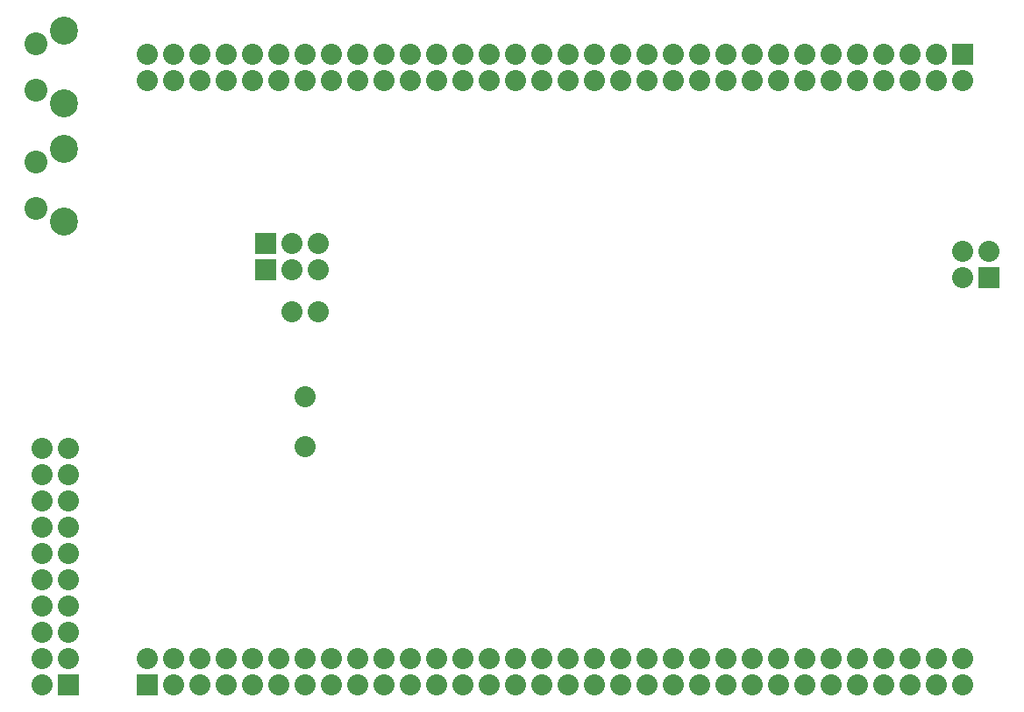
<source format=gbs>
G04 (created by PCBNEW-RS274X (2012-01-19 BZR 3256)-stable) date 13/09/2012 22:48:46*
G01*
G70*
G90*
%MOIN*%
G04 Gerber Fmt 3.4, Leading zero omitted, Abs format*
%FSLAX34Y34*%
G04 APERTURE LIST*
%ADD10C,0.006000*%
%ADD11C,0.080000*%
%ADD12R,0.080000X0.080000*%
%ADD13C,0.106600*%
%ADD14C,0.086900*%
G04 APERTURE END LIST*
G54D10*
G54D11*
X61500Y-58500D03*
X62500Y-57500D03*
G54D12*
X62500Y-58500D03*
G54D11*
X61500Y-57500D03*
X62500Y-56500D03*
X61500Y-56500D03*
X62500Y-55500D03*
X61500Y-55500D03*
X62500Y-54500D03*
X61500Y-54500D03*
X62500Y-53500D03*
X61500Y-53500D03*
X62500Y-52500D03*
X61500Y-52500D03*
X62500Y-51500D03*
X61500Y-51500D03*
X62500Y-50500D03*
X61500Y-50500D03*
X62500Y-49500D03*
X61500Y-49500D03*
X71500Y-47539D03*
X71500Y-49461D03*
X71000Y-44300D03*
X72000Y-44300D03*
G54D12*
X70000Y-41700D03*
G54D11*
X71000Y-41700D03*
X72000Y-41700D03*
G54D12*
X70000Y-42700D03*
G54D11*
X71000Y-42700D03*
X72000Y-42700D03*
G54D13*
X62341Y-33622D03*
X62341Y-36378D03*
G54D14*
X61258Y-34114D03*
X61258Y-35886D03*
G54D13*
X62341Y-38122D03*
X62341Y-40878D03*
G54D14*
X61258Y-38614D03*
X61258Y-40386D03*
G54D12*
X96500Y-34500D03*
G54D11*
X96500Y-35500D03*
X95500Y-34500D03*
X95500Y-35500D03*
X94500Y-34500D03*
X94500Y-35500D03*
X93500Y-34500D03*
X93500Y-35500D03*
X92500Y-34500D03*
X92500Y-35500D03*
X91500Y-34500D03*
X91500Y-35500D03*
X90500Y-34500D03*
X90500Y-35500D03*
X89500Y-34500D03*
X89500Y-35500D03*
X88500Y-34500D03*
X88500Y-35500D03*
X87500Y-34500D03*
X87500Y-35500D03*
X86500Y-34500D03*
X86500Y-35500D03*
X85500Y-34500D03*
X85500Y-35500D03*
X84500Y-34500D03*
X84500Y-35500D03*
X83500Y-34500D03*
X83500Y-35500D03*
X82500Y-34500D03*
X82500Y-35500D03*
X81500Y-34500D03*
X81500Y-35500D03*
X80500Y-34500D03*
X80500Y-35500D03*
X79500Y-34500D03*
X79500Y-35500D03*
X78500Y-34500D03*
X78500Y-35500D03*
X77500Y-34500D03*
X77500Y-35500D03*
X76500Y-34500D03*
X76500Y-35500D03*
X75500Y-34500D03*
X75500Y-35500D03*
X74500Y-34500D03*
X74500Y-35500D03*
X73500Y-34500D03*
X73500Y-35500D03*
X72500Y-34500D03*
X72500Y-35500D03*
X71500Y-34500D03*
X71500Y-35500D03*
X70500Y-34500D03*
X70500Y-35500D03*
X69500Y-34500D03*
X69500Y-35500D03*
X68500Y-34500D03*
X68500Y-35500D03*
X67500Y-34500D03*
X67500Y-35500D03*
X66500Y-34500D03*
X66500Y-35500D03*
X65500Y-34500D03*
X65500Y-35500D03*
G54D12*
X65500Y-58500D03*
G54D11*
X65500Y-57500D03*
X66500Y-58500D03*
X66500Y-57500D03*
X67500Y-58500D03*
X67500Y-57500D03*
X68500Y-58500D03*
X68500Y-57500D03*
X69500Y-58500D03*
X69500Y-57500D03*
X70500Y-58500D03*
X70500Y-57500D03*
X71500Y-58500D03*
X71500Y-57500D03*
X72500Y-58500D03*
X72500Y-57500D03*
X73500Y-58500D03*
X73500Y-57500D03*
X74500Y-58500D03*
X74500Y-57500D03*
X75500Y-58500D03*
X75500Y-57500D03*
X76500Y-58500D03*
X76500Y-57500D03*
X77500Y-58500D03*
X77500Y-57500D03*
X78500Y-58500D03*
X78500Y-57500D03*
X79500Y-58500D03*
X79500Y-57500D03*
X80500Y-58500D03*
X80500Y-57500D03*
X81500Y-58500D03*
X81500Y-57500D03*
X82500Y-58500D03*
X82500Y-57500D03*
X83500Y-58500D03*
X83500Y-57500D03*
X84500Y-58500D03*
X84500Y-57500D03*
X85500Y-58500D03*
X85500Y-57500D03*
X86500Y-58500D03*
X86500Y-57500D03*
X87500Y-58500D03*
X87500Y-57500D03*
X88500Y-58500D03*
X88500Y-57500D03*
X89500Y-58500D03*
X89500Y-57500D03*
X90500Y-58500D03*
X90500Y-57500D03*
X91500Y-58500D03*
X91500Y-57500D03*
X92500Y-58500D03*
X92500Y-57500D03*
X93500Y-58500D03*
X93500Y-57500D03*
X94500Y-58500D03*
X94500Y-57500D03*
X95500Y-58500D03*
X95500Y-57500D03*
X96500Y-58500D03*
X96500Y-57500D03*
G54D12*
X97500Y-43000D03*
G54D11*
X96500Y-43000D03*
X97500Y-42000D03*
X96500Y-42000D03*
M02*

</source>
